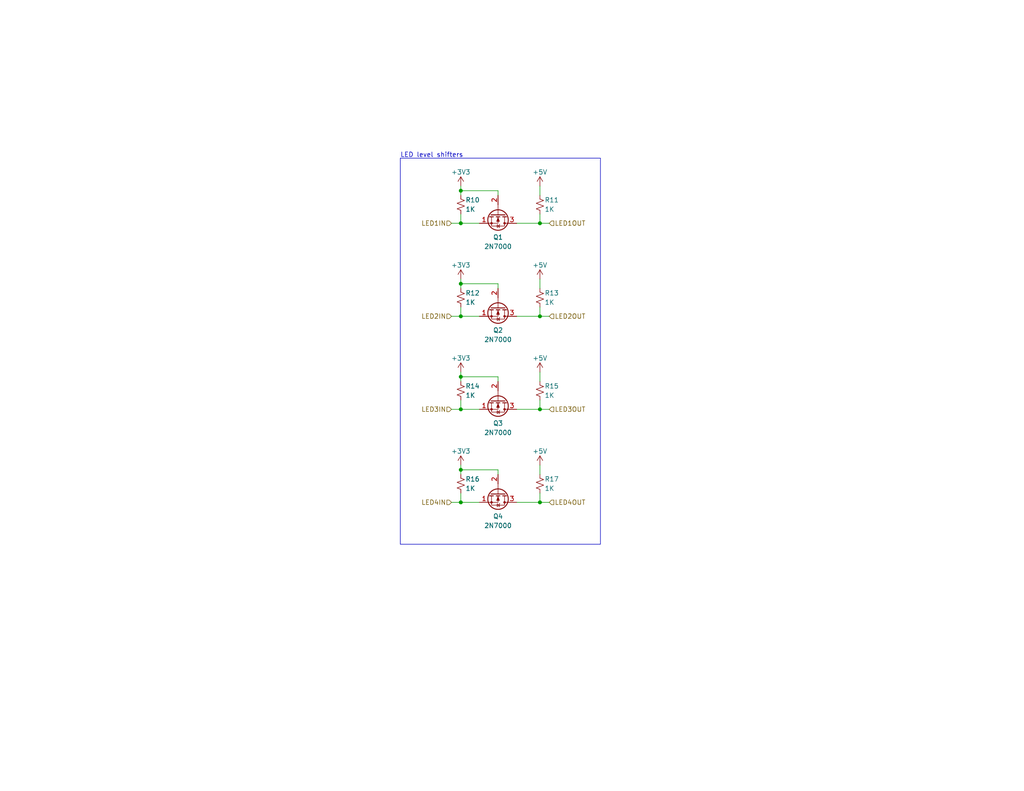
<source format=kicad_sch>
(kicad_sch (version 20230121) (generator eeschema)
  (paper "USLetter")
  (title_block (title "LED") (date "2023-09-17") (rev "A") (company "ECE 477"))
  (lib_symbols
    (symbol "Device:R_Small_US" (pin_numbers hide) (pin_names (offset 0.254) hide)
      (property "Reference" "R" (at 0.762 0.508 0))
      (property "Value" "R_Small_US" (at 0.762 -1.016 0))
      (symbol "R_Small_US_1_1"
        (polyline (pts (xy 0 0) (xy 1.016 -0.381) (xy 0 -0.762) (xy -1.016 -1.143) (xy 0 -1.524)))
        (polyline (pts (xy 0 1.524) (xy 1.016 1.143) (xy 0 0.762) (xy -1.016 0.381) (xy 0 0)))
        (pin passive line (at 0 2.54 270) (length 1.016) (name "~") (number "1"))
        (pin passive line (at 0 -2.54 90) (length 1.016) (name "~") (number "2"))
      )
    )
    (symbol "Transistor_FET:2N7000" (pin_names hide)
      (property "Reference" "Q" (at 5.08 1.905 0))
      (property "Value" "2N7000" (at 5.08 0 0))
      (symbol "2N7000_0_1"
        (polyline (pts (xy 0.254 0) (xy -2.54 0)))
        (polyline (pts (xy 0.254 1.905) (xy 0.254 -1.905)) (stroke (width 0.254)))
        (polyline (pts (xy 0.762 -1.27) (xy 0.762 -2.286)) (stroke (width 0.254)))
        (polyline (pts (xy 0.762 0.508) (xy 0.762 -0.508)) (stroke (width 0.254)))
        (polyline (pts (xy 0.762 2.286) (xy 0.762 1.27)) (stroke (width 0.254)))
        (polyline (pts (xy 2.54 2.54) (xy 2.54 1.778)))
        (polyline (pts (xy 2.54 -2.54) (xy 2.54 0) (xy 0.762 0)))
        (polyline (pts (xy 0.762 -1.778) (xy 3.302 -1.778) (xy 3.302 1.778) (xy 0.762 1.778)))
        (polyline (pts (xy 1.016 0) (xy 2.032 0.381) (xy 2.032 -0.381) (xy 1.016 0)) (fill (type outline)))
        (polyline (pts (xy 2.794 0.508) (xy 2.921 0.381) (xy 3.683 0.381) (xy 3.81 0.254)))
        (polyline (pts (xy 3.302 0.381) (xy 2.921 -0.254) (xy 3.683 -0.254) (xy 3.302 0.381)))
        (circle (center 1.651 0) (radius 2.794) (stroke (width 0.254)))
        (circle (center 2.54 -1.778) (radius 0.254) (fill (type outline)))
        (circle (center 2.54 1.778) (radius 0.254) (fill (type outline)))
      )
      (symbol "2N7000_1_1"
        (pin passive line (at 2.54 -5.08 90) (length 2.54) (name "S") (number "1"))
        (pin input line (at -5.08 0 0) (length 2.54) (name "G") (number "2"))
        (pin passive line (at 2.54 5.08 270) (length 2.54) (name "D") (number "3"))
      )
    )
    (symbol "power:+3V3" (power) (pin_names (offset 0))
      (property "Value" "+3V3" (at 0 3.556 0))
      (symbol "+3V3_0_1"
        (polyline (pts (xy -0.762 1.27) (xy 0 2.54)))
        (polyline (pts (xy 0 0) (xy 0 2.54)))
        (polyline (pts (xy 0 2.54) (xy 0.762 1.27)))
      )
      (symbol "+3V3_1_1"
        (pin power_in line (at 0 0 90) (length 0) hide (name "+3V3") (number "1"))
      )
    )
    (symbol "power:+5V" (power) (pin_names (offset 0))
      (property "Value" "+5V" (at 0 3.556 0))
      (symbol "+5V_0_1"
        (polyline (pts (xy -0.762 1.27) (xy 0 2.54)))
        (polyline (pts (xy 0 0) (xy 0 2.54)))
        (polyline (pts (xy 0 2.54) (xy 0.762 1.27)))
      )
      (symbol "+5V_1_1"
        (pin power_in line (at 0 0 90) (length 0) hide (name "+5V") (number "1"))
      )
    )
  )
  (junction (at 125.73 102.87))
  (junction (at 125.73 111.76))
  (junction (at 147.32 137.16))
  (junction (at 147.32 86.36))
  (junction (at 125.73 52.07))
  (junction (at 125.73 128.27))
  (junction (at 125.73 77.47))
  (junction (at 125.73 137.16))
  (junction (at 147.32 60.96))
  (junction (at 125.73 86.36))
  (junction (at 147.32 111.76))
  (junction (at 125.73 60.96))
  (wire (pts (xy 135.89 128.27) (xy 125.73 128.27)))
  (wire (pts (xy 125.73 134.62) (xy 125.73 137.16)))
  (wire (pts (xy 147.32 60.96) (xy 149.86 60.96)))
  (wire (pts (xy 135.89 77.47) (xy 125.73 77.47)))
  (wire (pts (xy 147.32 111.76) (xy 149.86 111.76)))
  (wire (pts (xy 125.73 128.27) (xy 125.73 127)))
  (wire (pts (xy 147.32 86.36) (xy 149.86 86.36)))
  (wire (pts (xy 135.89 129.54) (xy 135.89 128.27)))
  (wire (pts (xy 125.73 86.36) (xy 130.81 86.36)))
  (wire (pts (xy 123.19 60.96) (xy 125.73 60.96)))
  (wire (pts (xy 125.73 102.87) (xy 125.73 104.14)))
  (wire (pts (xy 123.19 86.36) (xy 125.73 86.36)))
  (wire (pts (xy 125.73 137.16) (xy 130.81 137.16)))
  (wire (pts (xy 140.97 86.36) (xy 147.32 86.36)))
  (wire (pts (xy 125.73 128.27) (xy 125.73 129.54)))
  (wire (pts (xy 125.73 77.47) (xy 125.73 78.74)))
  (wire (pts (xy 125.73 102.87) (xy 125.73 101.6)))
  (wire (pts (xy 135.89 104.14) (xy 135.89 102.87)))
  (wire (pts (xy 140.97 60.96) (xy 147.32 60.96)))
  (wire (pts (xy 147.32 76.2) (xy 147.32 78.74)))
  (wire (pts (xy 147.32 86.36) (xy 147.32 83.82)))
  (wire (pts (xy 147.32 101.6) (xy 147.32 104.14)))
  (wire (pts (xy 135.89 78.74) (xy 135.89 77.47)))
  (wire (pts (xy 135.89 52.07) (xy 125.73 52.07)))
  (wire (pts (xy 147.32 137.16) (xy 147.32 134.62)))
  (wire (pts (xy 123.19 137.16) (xy 125.73 137.16)))
  (wire (pts (xy 147.32 111.76) (xy 147.32 109.22)))
  (wire (pts (xy 125.73 52.07) (xy 125.73 53.34)))
  (wire (pts (xy 135.89 102.87) (xy 125.73 102.87)))
  (wire (pts (xy 125.73 111.76) (xy 130.81 111.76)))
  (wire (pts (xy 123.19 111.76) (xy 125.73 111.76)))
  (wire (pts (xy 125.73 109.22) (xy 125.73 111.76)))
  (wire (pts (xy 125.73 60.96) (xy 130.81 60.96)))
  (wire (pts (xy 135.89 53.34) (xy 135.89 52.07)))
  (wire (pts (xy 140.97 137.16) (xy 147.32 137.16)))
  (wire (pts (xy 125.73 58.42) (xy 125.73 60.96)))
  (wire (pts (xy 125.73 52.07) (xy 125.73 50.8)))
  (wire (pts (xy 147.32 127) (xy 147.32 129.54)))
  (wire (pts (xy 147.32 60.96) (xy 147.32 58.42)))
  (wire (pts (xy 125.73 77.47) (xy 125.73 76.2)))
  (wire (pts (xy 147.32 137.16) (xy 149.86 137.16)))
  (wire (pts (xy 147.32 50.8) (xy 147.32 53.34)))
  (wire (pts (xy 140.97 111.76) (xy 147.32 111.76)))
  (wire (pts (xy 125.73 83.82) (xy 125.73 86.36)))
  (rectangle (start 109.22 43.18) (end 163.83 148.59))
  (text "LED level shifters" (at 109.22 43.18 0) (effects (font (size 1.27 1.27)) (justify left bottom)))
  (hierarchical_label "LED4IN" (shape input) (at 123.19 137.16 180))
  (hierarchical_label "LED3OUT" (shape input) (at 149.86 111.76 0))
  (hierarchical_label "LED3IN" (shape input) (at 123.19 111.76 180))
  (hierarchical_label "LED1IN" (shape input) (at 123.19 60.96 180))
  (hierarchical_label "LED1OUT" (shape input) (at 149.86 60.96 0))
  (hierarchical_label "LED2IN" (shape input) (at 123.19 86.36 180))
  (hierarchical_label "LED4OUT" (shape input) (at 149.86 137.16 0))
  (hierarchical_label "LED2OUT" (shape input) (at 149.86 86.36 0))
  (symbol (lib_id "Device:R_Small_US") (at 147.32 132.08 0) (unit 1)
    (property "Reference" "R17" (at 148.59 130.81 0) (effects (justify left)))
    (property "Value" "1K" (at 148.59 133.35 0) (effects (justify left)))
    (property "Footprint" "Resistor_SMD:R_0805_2012Metric_Pad1.20x1.40mm_HandSolder" (effects hide))
  )
  (symbol (lib_id "power:+5V") (at 147.32 127 0) (unit 1)
    (property "Reference" "#PWR055" (effects hide))
    (property "Value" "+5V" (at 147.32 123.19 0))
  )
  (symbol (lib_id "Transistor_FET:2N7000") (at 135.89 109.22 270) (unit 1)
    (property "Reference" "Q3" (at 135.89 115.57 90))
    (property "Value" "2N7000" (at 135.89 118.11 90))
    (property "Footprint" "Package_TO_SOT_THT:TO-92_Inline" (effects hide))
    (property "Datasheet" "https://www.vishay.com/docs/70226/70226.pdf" (effects hide))
  )
  (symbol (lib_id "Transistor_FET:2N7000") (at 135.89 58.42 270) (unit 1)
    (property "Reference" "Q1" (at 135.89 64.77 90))
    (property "Value" "2N7000" (at 135.89 67.31 90))
    (property "Footprint" "Package_TO_SOT_THT:TO-92_Inline" (effects hide))
    (property "Datasheet" "https://www.vishay.com/docs/70226/70226.pdf" (effects hide))
  )
  (symbol (lib_id "Device:R_Small_US") (at 125.73 81.28 0) (unit 1)
    (property "Reference" "R12" (at 127 80.01 0) (effects (justify left)))
    (property "Value" "1K" (at 127 82.55 0) (effects (justify left)))
    (property "Footprint" "Resistor_SMD:R_0805_2012Metric_Pad1.20x1.40mm_HandSolder" (effects hide))
  )
  (symbol (lib_id "power:+5V") (at 147.32 50.8 0) (unit 1)
    (property "Reference" "#PWR048" (effects hide))
    (property "Value" "+5V" (at 147.32 46.99 0))
  )
  (symbol (lib_id "Device:R_Small_US") (at 125.73 132.08 0) (unit 1)
    (property "Reference" "R16" (at 127 130.81 0) (effects (justify left)))
    (property "Value" "1K" (at 127 133.35 0) (effects (justify left)))
    (property "Footprint" "Resistor_SMD:R_0805_2012Metric_Pad1.20x1.40mm_HandSolder" (effects hide))
  )
  (symbol (lib_id "Transistor_FET:2N7000") (at 135.89 83.82 270) (unit 1)
    (property "Reference" "Q2" (at 135.89 90.17 90))
    (property "Value" "2N7000" (at 135.89 92.71 90))
    (property "Footprint" "Package_TO_SOT_THT:TO-92_Inline" (effects hide))
    (property "Datasheet" "https://www.vishay.com/docs/70226/70226.pdf" (effects hide))
  )
  (symbol (lib_id "power:+3V3") (at 125.73 127 0) (unit 1)
    (property "Reference" "#PWR053" (effects hide))
    (property "Value" "+3V3" (at 125.73 123.19 0))
  )
  (symbol (lib_id "power:+3V3") (at 125.73 76.2 0) (unit 1)
    (property "Reference" "#PWR050" (effects hide))
    (property "Value" "+3V3" (at 125.73 72.39 0))
  )
  (symbol (lib_id "Device:R_Small_US") (at 125.73 55.88 0) (unit 1)
    (property "Reference" "R10" (at 127 54.61 0) (effects (justify left)))
    (property "Value" "1K" (at 127 57.15 0) (effects (justify left)))
    (property "Footprint" "Resistor_SMD:R_0805_2012Metric_Pad1.20x1.40mm_HandSolder" (effects hide))
  )
  (symbol (lib_id "Device:R_Small_US") (at 147.32 106.68 0) (unit 1)
    (property "Reference" "R15" (at 148.59 105.41 0) (effects (justify left)))
    (property "Value" "1K" (at 148.59 107.95 0) (effects (justify left)))
    (property "Footprint" "Resistor_SMD:R_0805_2012Metric_Pad1.20x1.40mm_HandSolder" (effects hide))
  )
  (symbol (lib_id "power:+3V3") (at 125.73 50.8 0) (unit 1)
    (property "Reference" "#PWR044" (effects hide))
    (property "Value" "+3V3" (at 125.73 46.99 0))
  )
  (symbol (lib_id "Device:R_Small_US") (at 125.73 106.68 0) (unit 1)
    (property "Reference" "R14" (at 127 105.41 0) (effects (justify left)))
    (property "Value" "1K" (at 127 107.95 0) (effects (justify left)))
    (property "Footprint" "Resistor_SMD:R_0805_2012Metric_Pad1.20x1.40mm_HandSolder" (effects hide))
  )
  (symbol (lib_id "power:+5V") (at 147.32 101.6 0) (unit 1)
    (property "Reference" "#PWR054" (effects hide))
    (property "Value" "+5V" (at 147.32 97.79 0))
  )
  (symbol (lib_id "power:+5V") (at 147.32 76.2 0) (unit 1)
    (property "Reference" "#PWR051" (effects hide))
    (property "Value" "+5V" (at 147.32 72.39 0))
  )
  (symbol (lib_id "Transistor_FET:2N7000") (at 135.89 134.62 270) (unit 1)
    (property "Reference" "Q4" (at 135.89 140.97 90))
    (property "Value" "2N7000" (at 135.89 143.51 90))
    (property "Footprint" "Package_TO_SOT_THT:TO-92_Inline" (effects hide))
    (property "Datasheet" "https://www.vishay.com/docs/70226/70226.pdf" (effects hide))
  )
  (symbol (lib_id "Device:R_Small_US") (at 147.32 81.28 0) (unit 1)
    (property "Reference" "R13" (at 148.59 80.01 0) (effects (justify left)))
    (property "Value" "1K" (at 148.59 82.55 0) (effects (justify left)))
    (property "Footprint" "Resistor_SMD:R_0805_2012Metric_Pad1.20x1.40mm_HandSolder" (effects hide))
  )
  (symbol (lib_id "power:+3V3") (at 125.73 101.6 0) (unit 1)
    (property "Reference" "#PWR052" (effects hide))
    (property "Value" "+3V3" (at 125.73 97.79 0))
  )
  (symbol (lib_id "Device:R_Small_US") (at 147.32 55.88 0) (unit 1)
    (property "Reference" "R11" (at 148.59 54.61 0) (effects (justify left)))
    (property "Value" "1K" (at 148.59 57.15 0) (effects (justify left)))
    (property "Footprint" "Resistor_SMD:R_0805_2012Metric_Pad1.20x1.40mm_HandSolder" (effects hide))
  )
)
</source>
